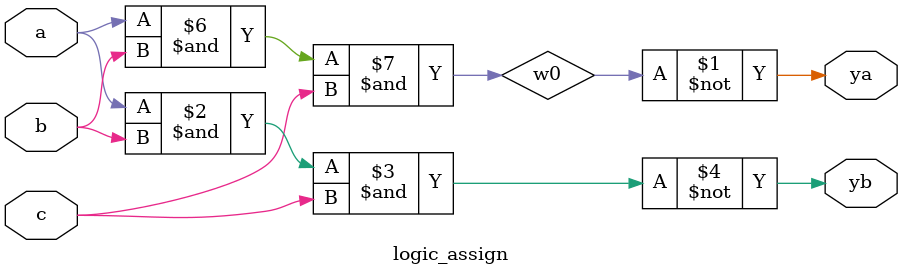
<source format=sv>
module logic_assign(input logic a,b,c, output logic ya,yb);
   logic w0 = a & b & c;
   assign ya=~w0;
   assign yb=~(a&b&c);
endmodule // wire_assign


</source>
